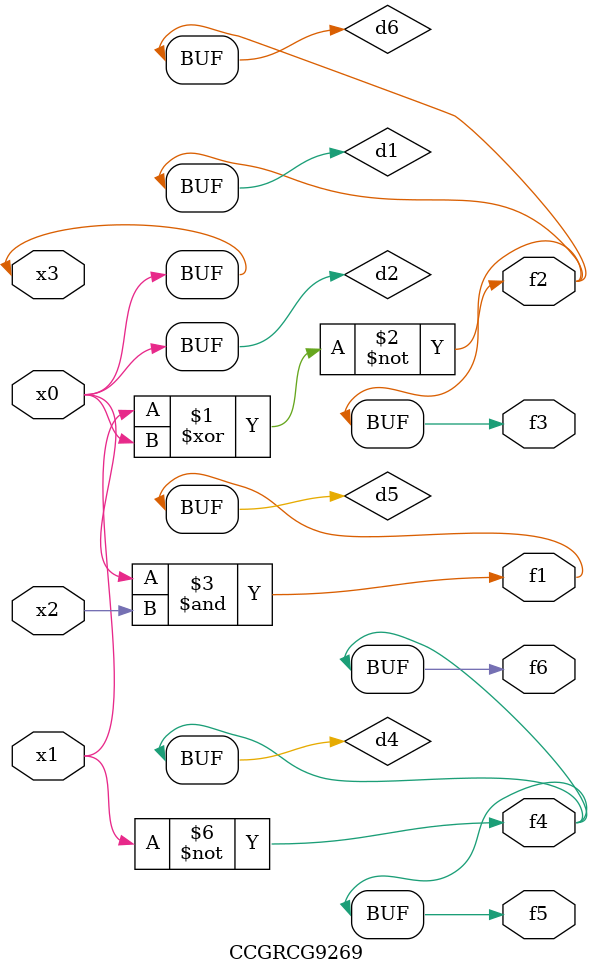
<source format=v>
module CCGRCG9269(
	input x0, x1, x2, x3,
	output f1, f2, f3, f4, f5, f6
);

	wire d1, d2, d3, d4, d5, d6;

	xnor (d1, x1, x3);
	buf (d2, x0, x3);
	nand (d3, x0, x2);
	not (d4, x1);
	nand (d5, d3);
	or (d6, d1);
	assign f1 = d5;
	assign f2 = d6;
	assign f3 = d6;
	assign f4 = d4;
	assign f5 = d4;
	assign f6 = d4;
endmodule

</source>
